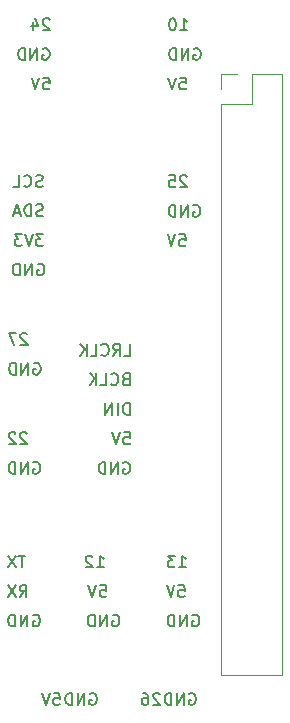
<source format=gbr>
G04 #@! TF.GenerationSoftware,KiCad,Pcbnew,8.0.4*
G04 #@! TF.CreationDate,2025-05-04T21:26:18-04:00*
G04 #@! TF.ProjectId,openduck,6f70656e-6475-4636-9b2e-6b696361645f,rev?*
G04 #@! TF.SameCoordinates,Original*
G04 #@! TF.FileFunction,Legend,Bot*
G04 #@! TF.FilePolarity,Positive*
%FSLAX46Y46*%
G04 Gerber Fmt 4.6, Leading zero omitted, Abs format (unit mm)*
G04 Created by KiCad (PCBNEW 8.0.4) date 2025-05-04 21:26:18*
%MOMM*%
%LPD*%
G01*
G04 APERTURE LIST*
%ADD10C,0.150000*%
%ADD11C,0.120000*%
G04 APERTURE END LIST*
D10*
X200317506Y-81517438D02*
X200412744Y-81469819D01*
X200412744Y-81469819D02*
X200555601Y-81469819D01*
X200555601Y-81469819D02*
X200698458Y-81517438D01*
X200698458Y-81517438D02*
X200793696Y-81612676D01*
X200793696Y-81612676D02*
X200841315Y-81707914D01*
X200841315Y-81707914D02*
X200888934Y-81898390D01*
X200888934Y-81898390D02*
X200888934Y-82041247D01*
X200888934Y-82041247D02*
X200841315Y-82231723D01*
X200841315Y-82231723D02*
X200793696Y-82326961D01*
X200793696Y-82326961D02*
X200698458Y-82422200D01*
X200698458Y-82422200D02*
X200555601Y-82469819D01*
X200555601Y-82469819D02*
X200460363Y-82469819D01*
X200460363Y-82469819D02*
X200317506Y-82422200D01*
X200317506Y-82422200D02*
X200269887Y-82374580D01*
X200269887Y-82374580D02*
X200269887Y-82041247D01*
X200269887Y-82041247D02*
X200460363Y-82041247D01*
X199841315Y-82469819D02*
X199841315Y-81469819D01*
X199841315Y-81469819D02*
X199269887Y-82469819D01*
X199269887Y-82469819D02*
X199269887Y-81469819D01*
X198793696Y-82469819D02*
X198793696Y-81469819D01*
X198793696Y-81469819D02*
X198555601Y-81469819D01*
X198555601Y-81469819D02*
X198412744Y-81517438D01*
X198412744Y-81517438D02*
X198317506Y-81612676D01*
X198317506Y-81612676D02*
X198269887Y-81707914D01*
X198269887Y-81707914D02*
X198222268Y-81898390D01*
X198222268Y-81898390D02*
X198222268Y-82041247D01*
X198222268Y-82041247D02*
X198269887Y-82231723D01*
X198269887Y-82231723D02*
X198317506Y-82326961D01*
X198317506Y-82326961D02*
X198412744Y-82422200D01*
X198412744Y-82422200D02*
X198555601Y-82469819D01*
X198555601Y-82469819D02*
X198793696Y-82469819D01*
X205138221Y-88157438D02*
X205233459Y-88109819D01*
X205233459Y-88109819D02*
X205376316Y-88109819D01*
X205376316Y-88109819D02*
X205519173Y-88157438D01*
X205519173Y-88157438D02*
X205614411Y-88252676D01*
X205614411Y-88252676D02*
X205662030Y-88347914D01*
X205662030Y-88347914D02*
X205709649Y-88538390D01*
X205709649Y-88538390D02*
X205709649Y-88681247D01*
X205709649Y-88681247D02*
X205662030Y-88871723D01*
X205662030Y-88871723D02*
X205614411Y-88966961D01*
X205614411Y-88966961D02*
X205519173Y-89062200D01*
X205519173Y-89062200D02*
X205376316Y-89109819D01*
X205376316Y-89109819D02*
X205281078Y-89109819D01*
X205281078Y-89109819D02*
X205138221Y-89062200D01*
X205138221Y-89062200D02*
X205090602Y-89014580D01*
X205090602Y-89014580D02*
X205090602Y-88681247D01*
X205090602Y-88681247D02*
X205281078Y-88681247D01*
X204662030Y-89109819D02*
X204662030Y-88109819D01*
X204662030Y-88109819D02*
X204090602Y-89109819D01*
X204090602Y-89109819D02*
X204090602Y-88109819D01*
X203614411Y-89109819D02*
X203614411Y-88109819D01*
X203614411Y-88109819D02*
X203376316Y-88109819D01*
X203376316Y-88109819D02*
X203233459Y-88157438D01*
X203233459Y-88157438D02*
X203138221Y-88252676D01*
X203138221Y-88252676D02*
X203090602Y-88347914D01*
X203090602Y-88347914D02*
X203042983Y-88538390D01*
X203042983Y-88538390D02*
X203042983Y-88681247D01*
X203042983Y-88681247D02*
X203090602Y-88871723D01*
X203090602Y-88871723D02*
X203138221Y-88966961D01*
X203138221Y-88966961D02*
X203233459Y-89062200D01*
X203233459Y-89062200D02*
X203376316Y-89109819D01*
X203376316Y-89109819D02*
X203614411Y-89109819D01*
X208007030Y-66041569D02*
X208483220Y-66041569D01*
X208483220Y-66041569D02*
X208530839Y-66517759D01*
X208530839Y-66517759D02*
X208483220Y-66470140D01*
X208483220Y-66470140D02*
X208387982Y-66422521D01*
X208387982Y-66422521D02*
X208149887Y-66422521D01*
X208149887Y-66422521D02*
X208054649Y-66470140D01*
X208054649Y-66470140D02*
X208007030Y-66517759D01*
X208007030Y-66517759D02*
X207959411Y-66612997D01*
X207959411Y-66612997D02*
X207959411Y-66851092D01*
X207959411Y-66851092D02*
X208007030Y-66946330D01*
X208007030Y-66946330D02*
X208054649Y-66993950D01*
X208054649Y-66993950D02*
X208149887Y-67041569D01*
X208149887Y-67041569D02*
X208387982Y-67041569D01*
X208387982Y-67041569D02*
X208483220Y-66993950D01*
X208483220Y-66993950D02*
X208530839Y-66946330D01*
X207673696Y-66041569D02*
X207340363Y-67041569D01*
X207340363Y-67041569D02*
X207007030Y-66041569D01*
X199650839Y-76469819D02*
X199079411Y-76469819D01*
X199365125Y-77469819D02*
X199365125Y-76469819D01*
X198841315Y-76469819D02*
X198174649Y-77469819D01*
X198174649Y-76469819D02*
X198841315Y-77469819D01*
X212747030Y-35991569D02*
X213223220Y-35991569D01*
X213223220Y-35991569D02*
X213270839Y-36467759D01*
X213270839Y-36467759D02*
X213223220Y-36420140D01*
X213223220Y-36420140D02*
X213127982Y-36372521D01*
X213127982Y-36372521D02*
X212889887Y-36372521D01*
X212889887Y-36372521D02*
X212794649Y-36420140D01*
X212794649Y-36420140D02*
X212747030Y-36467759D01*
X212747030Y-36467759D02*
X212699411Y-36562997D01*
X212699411Y-36562997D02*
X212699411Y-36801092D01*
X212699411Y-36801092D02*
X212747030Y-36896330D01*
X212747030Y-36896330D02*
X212794649Y-36943950D01*
X212794649Y-36943950D02*
X212889887Y-36991569D01*
X212889887Y-36991569D02*
X213127982Y-36991569D01*
X213127982Y-36991569D02*
X213223220Y-36943950D01*
X213223220Y-36943950D02*
X213270839Y-36896330D01*
X212413696Y-35991569D02*
X212080363Y-36991569D01*
X212080363Y-36991569D02*
X211747030Y-35991569D01*
X201139411Y-33539188D02*
X201234649Y-33491569D01*
X201234649Y-33491569D02*
X201377506Y-33491569D01*
X201377506Y-33491569D02*
X201520363Y-33539188D01*
X201520363Y-33539188D02*
X201615601Y-33634426D01*
X201615601Y-33634426D02*
X201663220Y-33729664D01*
X201663220Y-33729664D02*
X201710839Y-33920140D01*
X201710839Y-33920140D02*
X201710839Y-34062997D01*
X201710839Y-34062997D02*
X201663220Y-34253473D01*
X201663220Y-34253473D02*
X201615601Y-34348711D01*
X201615601Y-34348711D02*
X201520363Y-34443950D01*
X201520363Y-34443950D02*
X201377506Y-34491569D01*
X201377506Y-34491569D02*
X201282268Y-34491569D01*
X201282268Y-34491569D02*
X201139411Y-34443950D01*
X201139411Y-34443950D02*
X201091792Y-34396330D01*
X201091792Y-34396330D02*
X201091792Y-34062997D01*
X201091792Y-34062997D02*
X201282268Y-34062997D01*
X200663220Y-34491569D02*
X200663220Y-33491569D01*
X200663220Y-33491569D02*
X200091792Y-34491569D01*
X200091792Y-34491569D02*
X200091792Y-33491569D01*
X199615601Y-34491569D02*
X199615601Y-33491569D01*
X199615601Y-33491569D02*
X199377506Y-33491569D01*
X199377506Y-33491569D02*
X199234649Y-33539188D01*
X199234649Y-33539188D02*
X199139411Y-33634426D01*
X199139411Y-33634426D02*
X199091792Y-33729664D01*
X199091792Y-33729664D02*
X199044173Y-33920140D01*
X199044173Y-33920140D02*
X199044173Y-34062997D01*
X199044173Y-34062997D02*
X199091792Y-34253473D01*
X199091792Y-34253473D02*
X199139411Y-34348711D01*
X199139411Y-34348711D02*
X199234649Y-34443950D01*
X199234649Y-34443950D02*
X199377506Y-34491569D01*
X199377506Y-34491569D02*
X199615601Y-34491569D01*
X201710839Y-31086807D02*
X201663220Y-31039188D01*
X201663220Y-31039188D02*
X201567982Y-30991569D01*
X201567982Y-30991569D02*
X201329887Y-30991569D01*
X201329887Y-30991569D02*
X201234649Y-31039188D01*
X201234649Y-31039188D02*
X201187030Y-31086807D01*
X201187030Y-31086807D02*
X201139411Y-31182045D01*
X201139411Y-31182045D02*
X201139411Y-31277283D01*
X201139411Y-31277283D02*
X201187030Y-31420140D01*
X201187030Y-31420140D02*
X201758458Y-31991569D01*
X201758458Y-31991569D02*
X201139411Y-31991569D01*
X200282268Y-31324902D02*
X200282268Y-31991569D01*
X200520363Y-30943950D02*
X200758458Y-31658235D01*
X200758458Y-31658235D02*
X200139411Y-31658235D01*
X213316077Y-44375057D02*
X213268458Y-44327438D01*
X213268458Y-44327438D02*
X213173220Y-44279819D01*
X213173220Y-44279819D02*
X212935125Y-44279819D01*
X212935125Y-44279819D02*
X212839887Y-44327438D01*
X212839887Y-44327438D02*
X212792268Y-44375057D01*
X212792268Y-44375057D02*
X212744649Y-44470295D01*
X212744649Y-44470295D02*
X212744649Y-44565533D01*
X212744649Y-44565533D02*
X212792268Y-44708390D01*
X212792268Y-44708390D02*
X213363696Y-45279819D01*
X213363696Y-45279819D02*
X212744649Y-45279819D01*
X211839887Y-44279819D02*
X212316077Y-44279819D01*
X212316077Y-44279819D02*
X212363696Y-44756009D01*
X212363696Y-44756009D02*
X212316077Y-44708390D01*
X212316077Y-44708390D02*
X212220839Y-44660771D01*
X212220839Y-44660771D02*
X211982744Y-44660771D01*
X211982744Y-44660771D02*
X211887506Y-44708390D01*
X211887506Y-44708390D02*
X211839887Y-44756009D01*
X211839887Y-44756009D02*
X211792268Y-44851247D01*
X211792268Y-44851247D02*
X211792268Y-45089342D01*
X211792268Y-45089342D02*
X211839887Y-45184580D01*
X211839887Y-45184580D02*
X211887506Y-45232200D01*
X211887506Y-45232200D02*
X211982744Y-45279819D01*
X211982744Y-45279819D02*
X212220839Y-45279819D01*
X212220839Y-45279819D02*
X212316077Y-45232200D01*
X212316077Y-45232200D02*
X212363696Y-45184580D01*
X211038220Y-88205057D02*
X210990601Y-88157438D01*
X210990601Y-88157438D02*
X210895363Y-88109819D01*
X210895363Y-88109819D02*
X210657268Y-88109819D01*
X210657268Y-88109819D02*
X210562030Y-88157438D01*
X210562030Y-88157438D02*
X210514411Y-88205057D01*
X210514411Y-88205057D02*
X210466792Y-88300295D01*
X210466792Y-88300295D02*
X210466792Y-88395533D01*
X210466792Y-88395533D02*
X210514411Y-88538390D01*
X210514411Y-88538390D02*
X211085839Y-89109819D01*
X211085839Y-89109819D02*
X210466792Y-89109819D01*
X209609649Y-88109819D02*
X209800125Y-88109819D01*
X209800125Y-88109819D02*
X209895363Y-88157438D01*
X209895363Y-88157438D02*
X209942982Y-88205057D01*
X209942982Y-88205057D02*
X210038220Y-88347914D01*
X210038220Y-88347914D02*
X210085839Y-88538390D01*
X210085839Y-88538390D02*
X210085839Y-88919342D01*
X210085839Y-88919342D02*
X210038220Y-89014580D01*
X210038220Y-89014580D02*
X209990601Y-89062200D01*
X209990601Y-89062200D02*
X209895363Y-89109819D01*
X209895363Y-89109819D02*
X209704887Y-89109819D01*
X209704887Y-89109819D02*
X209609649Y-89062200D01*
X209609649Y-89062200D02*
X209562030Y-89014580D01*
X209562030Y-89014580D02*
X209514411Y-88919342D01*
X209514411Y-88919342D02*
X209514411Y-88681247D01*
X209514411Y-88681247D02*
X209562030Y-88586009D01*
X209562030Y-88586009D02*
X209609649Y-88538390D01*
X209609649Y-88538390D02*
X209704887Y-88490771D01*
X209704887Y-88490771D02*
X209895363Y-88490771D01*
X209895363Y-88490771D02*
X209990601Y-88538390D01*
X209990601Y-88538390D02*
X210038220Y-88586009D01*
X210038220Y-88586009D02*
X210085839Y-88681247D01*
X213538221Y-88157438D02*
X213633459Y-88109819D01*
X213633459Y-88109819D02*
X213776316Y-88109819D01*
X213776316Y-88109819D02*
X213919173Y-88157438D01*
X213919173Y-88157438D02*
X214014411Y-88252676D01*
X214014411Y-88252676D02*
X214062030Y-88347914D01*
X214062030Y-88347914D02*
X214109649Y-88538390D01*
X214109649Y-88538390D02*
X214109649Y-88681247D01*
X214109649Y-88681247D02*
X214062030Y-88871723D01*
X214062030Y-88871723D02*
X214014411Y-88966961D01*
X214014411Y-88966961D02*
X213919173Y-89062200D01*
X213919173Y-89062200D02*
X213776316Y-89109819D01*
X213776316Y-89109819D02*
X213681078Y-89109819D01*
X213681078Y-89109819D02*
X213538221Y-89062200D01*
X213538221Y-89062200D02*
X213490602Y-89014580D01*
X213490602Y-89014580D02*
X213490602Y-88681247D01*
X213490602Y-88681247D02*
X213681078Y-88681247D01*
X213062030Y-89109819D02*
X213062030Y-88109819D01*
X213062030Y-88109819D02*
X212490602Y-89109819D01*
X212490602Y-89109819D02*
X212490602Y-88109819D01*
X212014411Y-89109819D02*
X212014411Y-88109819D01*
X212014411Y-88109819D02*
X211776316Y-88109819D01*
X211776316Y-88109819D02*
X211633459Y-88157438D01*
X211633459Y-88157438D02*
X211538221Y-88252676D01*
X211538221Y-88252676D02*
X211490602Y-88347914D01*
X211490602Y-88347914D02*
X211442983Y-88538390D01*
X211442983Y-88538390D02*
X211442983Y-88681247D01*
X211442983Y-88681247D02*
X211490602Y-88871723D01*
X211490602Y-88871723D02*
X211538221Y-88966961D01*
X211538221Y-88966961D02*
X211633459Y-89062200D01*
X211633459Y-89062200D02*
X211776316Y-89109819D01*
X211776316Y-89109819D02*
X212014411Y-89109819D01*
X207054649Y-81517438D02*
X207149887Y-81469819D01*
X207149887Y-81469819D02*
X207292744Y-81469819D01*
X207292744Y-81469819D02*
X207435601Y-81517438D01*
X207435601Y-81517438D02*
X207530839Y-81612676D01*
X207530839Y-81612676D02*
X207578458Y-81707914D01*
X207578458Y-81707914D02*
X207626077Y-81898390D01*
X207626077Y-81898390D02*
X207626077Y-82041247D01*
X207626077Y-82041247D02*
X207578458Y-82231723D01*
X207578458Y-82231723D02*
X207530839Y-82326961D01*
X207530839Y-82326961D02*
X207435601Y-82422200D01*
X207435601Y-82422200D02*
X207292744Y-82469819D01*
X207292744Y-82469819D02*
X207197506Y-82469819D01*
X207197506Y-82469819D02*
X207054649Y-82422200D01*
X207054649Y-82422200D02*
X207007030Y-82374580D01*
X207007030Y-82374580D02*
X207007030Y-82041247D01*
X207007030Y-82041247D02*
X207197506Y-82041247D01*
X206578458Y-82469819D02*
X206578458Y-81469819D01*
X206578458Y-81469819D02*
X206007030Y-82469819D01*
X206007030Y-82469819D02*
X206007030Y-81469819D01*
X205530839Y-82469819D02*
X205530839Y-81469819D01*
X205530839Y-81469819D02*
X205292744Y-81469819D01*
X205292744Y-81469819D02*
X205149887Y-81517438D01*
X205149887Y-81517438D02*
X205054649Y-81612676D01*
X205054649Y-81612676D02*
X205007030Y-81707914D01*
X205007030Y-81707914D02*
X204959411Y-81898390D01*
X204959411Y-81898390D02*
X204959411Y-82041247D01*
X204959411Y-82041247D02*
X205007030Y-82231723D01*
X205007030Y-82231723D02*
X205054649Y-82326961D01*
X205054649Y-82326961D02*
X205149887Y-82422200D01*
X205149887Y-82422200D02*
X205292744Y-82469819D01*
X205292744Y-82469819D02*
X205530839Y-82469819D01*
X201175601Y-49241569D02*
X200556554Y-49241569D01*
X200556554Y-49241569D02*
X200889887Y-49622521D01*
X200889887Y-49622521D02*
X200747030Y-49622521D01*
X200747030Y-49622521D02*
X200651792Y-49670140D01*
X200651792Y-49670140D02*
X200604173Y-49717759D01*
X200604173Y-49717759D02*
X200556554Y-49812997D01*
X200556554Y-49812997D02*
X200556554Y-50051092D01*
X200556554Y-50051092D02*
X200604173Y-50146330D01*
X200604173Y-50146330D02*
X200651792Y-50193950D01*
X200651792Y-50193950D02*
X200747030Y-50241569D01*
X200747030Y-50241569D02*
X201032744Y-50241569D01*
X201032744Y-50241569D02*
X201127982Y-50193950D01*
X201127982Y-50193950D02*
X201175601Y-50146330D01*
X200270839Y-49241569D02*
X199937506Y-50241569D01*
X199937506Y-50241569D02*
X199604173Y-49241569D01*
X199366077Y-49241569D02*
X198747030Y-49241569D01*
X198747030Y-49241569D02*
X199080363Y-49622521D01*
X199080363Y-49622521D02*
X198937506Y-49622521D01*
X198937506Y-49622521D02*
X198842268Y-49670140D01*
X198842268Y-49670140D02*
X198794649Y-49717759D01*
X198794649Y-49717759D02*
X198747030Y-49812997D01*
X198747030Y-49812997D02*
X198747030Y-50051092D01*
X198747030Y-50051092D02*
X198794649Y-50146330D01*
X198794649Y-50146330D02*
X198842268Y-50193950D01*
X198842268Y-50193950D02*
X198937506Y-50241569D01*
X198937506Y-50241569D02*
X199223220Y-50241569D01*
X199223220Y-50241569D02*
X199318458Y-50193950D01*
X199318458Y-50193950D02*
X199366077Y-50146330D01*
X207959411Y-68589188D02*
X208054649Y-68541569D01*
X208054649Y-68541569D02*
X208197506Y-68541569D01*
X208197506Y-68541569D02*
X208340363Y-68589188D01*
X208340363Y-68589188D02*
X208435601Y-68684426D01*
X208435601Y-68684426D02*
X208483220Y-68779664D01*
X208483220Y-68779664D02*
X208530839Y-68970140D01*
X208530839Y-68970140D02*
X208530839Y-69112997D01*
X208530839Y-69112997D02*
X208483220Y-69303473D01*
X208483220Y-69303473D02*
X208435601Y-69398711D01*
X208435601Y-69398711D02*
X208340363Y-69493950D01*
X208340363Y-69493950D02*
X208197506Y-69541569D01*
X208197506Y-69541569D02*
X208102268Y-69541569D01*
X208102268Y-69541569D02*
X207959411Y-69493950D01*
X207959411Y-69493950D02*
X207911792Y-69446330D01*
X207911792Y-69446330D02*
X207911792Y-69112997D01*
X207911792Y-69112997D02*
X208102268Y-69112997D01*
X207483220Y-69541569D02*
X207483220Y-68541569D01*
X207483220Y-68541569D02*
X206911792Y-69541569D01*
X206911792Y-69541569D02*
X206911792Y-68541569D01*
X206435601Y-69541569D02*
X206435601Y-68541569D01*
X206435601Y-68541569D02*
X206197506Y-68541569D01*
X206197506Y-68541569D02*
X206054649Y-68589188D01*
X206054649Y-68589188D02*
X205959411Y-68684426D01*
X205959411Y-68684426D02*
X205911792Y-68779664D01*
X205911792Y-68779664D02*
X205864173Y-68970140D01*
X205864173Y-68970140D02*
X205864173Y-69112997D01*
X205864173Y-69112997D02*
X205911792Y-69303473D01*
X205911792Y-69303473D02*
X205959411Y-69398711D01*
X205959411Y-69398711D02*
X206054649Y-69493950D01*
X206054649Y-69493950D02*
X206197506Y-69541569D01*
X206197506Y-69541569D02*
X206435601Y-69541569D01*
X213937506Y-33539188D02*
X214032744Y-33491569D01*
X214032744Y-33491569D02*
X214175601Y-33491569D01*
X214175601Y-33491569D02*
X214318458Y-33539188D01*
X214318458Y-33539188D02*
X214413696Y-33634426D01*
X214413696Y-33634426D02*
X214461315Y-33729664D01*
X214461315Y-33729664D02*
X214508934Y-33920140D01*
X214508934Y-33920140D02*
X214508934Y-34062997D01*
X214508934Y-34062997D02*
X214461315Y-34253473D01*
X214461315Y-34253473D02*
X214413696Y-34348711D01*
X214413696Y-34348711D02*
X214318458Y-34443950D01*
X214318458Y-34443950D02*
X214175601Y-34491569D01*
X214175601Y-34491569D02*
X214080363Y-34491569D01*
X214080363Y-34491569D02*
X213937506Y-34443950D01*
X213937506Y-34443950D02*
X213889887Y-34396330D01*
X213889887Y-34396330D02*
X213889887Y-34062997D01*
X213889887Y-34062997D02*
X214080363Y-34062997D01*
X213461315Y-34491569D02*
X213461315Y-33491569D01*
X213461315Y-33491569D02*
X212889887Y-34491569D01*
X212889887Y-34491569D02*
X212889887Y-33491569D01*
X212413696Y-34491569D02*
X212413696Y-33491569D01*
X212413696Y-33491569D02*
X212175601Y-33491569D01*
X212175601Y-33491569D02*
X212032744Y-33539188D01*
X212032744Y-33539188D02*
X211937506Y-33634426D01*
X211937506Y-33634426D02*
X211889887Y-33729664D01*
X211889887Y-33729664D02*
X211842268Y-33920140D01*
X211842268Y-33920140D02*
X211842268Y-34062997D01*
X211842268Y-34062997D02*
X211889887Y-34253473D01*
X211889887Y-34253473D02*
X211937506Y-34348711D01*
X211937506Y-34348711D02*
X212032744Y-34443950D01*
X212032744Y-34443950D02*
X212175601Y-34491569D01*
X212175601Y-34491569D02*
X212413696Y-34491569D01*
X199174649Y-79969819D02*
X199507982Y-79493628D01*
X199746077Y-79969819D02*
X199746077Y-78969819D01*
X199746077Y-78969819D02*
X199365125Y-78969819D01*
X199365125Y-78969819D02*
X199269887Y-79017438D01*
X199269887Y-79017438D02*
X199222268Y-79065057D01*
X199222268Y-79065057D02*
X199174649Y-79160295D01*
X199174649Y-79160295D02*
X199174649Y-79303152D01*
X199174649Y-79303152D02*
X199222268Y-79398390D01*
X199222268Y-79398390D02*
X199269887Y-79446009D01*
X199269887Y-79446009D02*
X199365125Y-79493628D01*
X199365125Y-79493628D02*
X199746077Y-79493628D01*
X198841315Y-78969819D02*
X198174649Y-79969819D01*
X198174649Y-78969819D02*
X198841315Y-79969819D01*
X212666554Y-77469819D02*
X213237982Y-77469819D01*
X212952268Y-77469819D02*
X212952268Y-76469819D01*
X212952268Y-76469819D02*
X213047506Y-76612676D01*
X213047506Y-76612676D02*
X213142744Y-76707914D01*
X213142744Y-76707914D02*
X213237982Y-76755533D01*
X212333220Y-76469819D02*
X211714173Y-76469819D01*
X211714173Y-76469819D02*
X212047506Y-76850771D01*
X212047506Y-76850771D02*
X211904649Y-76850771D01*
X211904649Y-76850771D02*
X211809411Y-76898390D01*
X211809411Y-76898390D02*
X211761792Y-76946009D01*
X211761792Y-76946009D02*
X211714173Y-77041247D01*
X211714173Y-77041247D02*
X211714173Y-77279342D01*
X211714173Y-77279342D02*
X211761792Y-77374580D01*
X211761792Y-77374580D02*
X211809411Y-77422200D01*
X211809411Y-77422200D02*
X211904649Y-77469819D01*
X211904649Y-77469819D02*
X212190363Y-77469819D01*
X212190363Y-77469819D02*
X212285601Y-77422200D01*
X212285601Y-77422200D02*
X212333220Y-77374580D01*
X205721316Y-77469819D02*
X206292744Y-77469819D01*
X206007030Y-77469819D02*
X206007030Y-76469819D01*
X206007030Y-76469819D02*
X206102268Y-76612676D01*
X206102268Y-76612676D02*
X206197506Y-76707914D01*
X206197506Y-76707914D02*
X206292744Y-76755533D01*
X205340363Y-76565057D02*
X205292744Y-76517438D01*
X205292744Y-76517438D02*
X205197506Y-76469819D01*
X205197506Y-76469819D02*
X204959411Y-76469819D01*
X204959411Y-76469819D02*
X204864173Y-76517438D01*
X204864173Y-76517438D02*
X204816554Y-76565057D01*
X204816554Y-76565057D02*
X204768935Y-76660295D01*
X204768935Y-76660295D02*
X204768935Y-76755533D01*
X204768935Y-76755533D02*
X204816554Y-76898390D01*
X204816554Y-76898390D02*
X205387982Y-77469819D01*
X205387982Y-77469819D02*
X204768935Y-77469819D01*
X213809411Y-81517438D02*
X213904649Y-81469819D01*
X213904649Y-81469819D02*
X214047506Y-81469819D01*
X214047506Y-81469819D02*
X214190363Y-81517438D01*
X214190363Y-81517438D02*
X214285601Y-81612676D01*
X214285601Y-81612676D02*
X214333220Y-81707914D01*
X214333220Y-81707914D02*
X214380839Y-81898390D01*
X214380839Y-81898390D02*
X214380839Y-82041247D01*
X214380839Y-82041247D02*
X214333220Y-82231723D01*
X214333220Y-82231723D02*
X214285601Y-82326961D01*
X214285601Y-82326961D02*
X214190363Y-82422200D01*
X214190363Y-82422200D02*
X214047506Y-82469819D01*
X214047506Y-82469819D02*
X213952268Y-82469819D01*
X213952268Y-82469819D02*
X213809411Y-82422200D01*
X213809411Y-82422200D02*
X213761792Y-82374580D01*
X213761792Y-82374580D02*
X213761792Y-82041247D01*
X213761792Y-82041247D02*
X213952268Y-82041247D01*
X213333220Y-82469819D02*
X213333220Y-81469819D01*
X213333220Y-81469819D02*
X212761792Y-82469819D01*
X212761792Y-82469819D02*
X212761792Y-81469819D01*
X212285601Y-82469819D02*
X212285601Y-81469819D01*
X212285601Y-81469819D02*
X212047506Y-81469819D01*
X212047506Y-81469819D02*
X211904649Y-81517438D01*
X211904649Y-81517438D02*
X211809411Y-81612676D01*
X211809411Y-81612676D02*
X211761792Y-81707914D01*
X211761792Y-81707914D02*
X211714173Y-81898390D01*
X211714173Y-81898390D02*
X211714173Y-82041247D01*
X211714173Y-82041247D02*
X211761792Y-82231723D01*
X211761792Y-82231723D02*
X211809411Y-82326961D01*
X211809411Y-82326961D02*
X211904649Y-82422200D01*
X211904649Y-82422200D02*
X212047506Y-82469819D01*
X212047506Y-82469819D02*
X212285601Y-82469819D01*
X202066792Y-88109819D02*
X202542982Y-88109819D01*
X202542982Y-88109819D02*
X202590601Y-88586009D01*
X202590601Y-88586009D02*
X202542982Y-88538390D01*
X202542982Y-88538390D02*
X202447744Y-88490771D01*
X202447744Y-88490771D02*
X202209649Y-88490771D01*
X202209649Y-88490771D02*
X202114411Y-88538390D01*
X202114411Y-88538390D02*
X202066792Y-88586009D01*
X202066792Y-88586009D02*
X202019173Y-88681247D01*
X202019173Y-88681247D02*
X202019173Y-88919342D01*
X202019173Y-88919342D02*
X202066792Y-89014580D01*
X202066792Y-89014580D02*
X202114411Y-89062200D01*
X202114411Y-89062200D02*
X202209649Y-89109819D01*
X202209649Y-89109819D02*
X202447744Y-89109819D01*
X202447744Y-89109819D02*
X202542982Y-89062200D01*
X202542982Y-89062200D02*
X202590601Y-89014580D01*
X201733458Y-88109819D02*
X201400125Y-89109819D01*
X201400125Y-89109819D02*
X201066792Y-88109819D01*
X200699411Y-51789188D02*
X200794649Y-51741569D01*
X200794649Y-51741569D02*
X200937506Y-51741569D01*
X200937506Y-51741569D02*
X201080363Y-51789188D01*
X201080363Y-51789188D02*
X201175601Y-51884426D01*
X201175601Y-51884426D02*
X201223220Y-51979664D01*
X201223220Y-51979664D02*
X201270839Y-52170140D01*
X201270839Y-52170140D02*
X201270839Y-52312997D01*
X201270839Y-52312997D02*
X201223220Y-52503473D01*
X201223220Y-52503473D02*
X201175601Y-52598711D01*
X201175601Y-52598711D02*
X201080363Y-52693950D01*
X201080363Y-52693950D02*
X200937506Y-52741569D01*
X200937506Y-52741569D02*
X200842268Y-52741569D01*
X200842268Y-52741569D02*
X200699411Y-52693950D01*
X200699411Y-52693950D02*
X200651792Y-52646330D01*
X200651792Y-52646330D02*
X200651792Y-52312997D01*
X200651792Y-52312997D02*
X200842268Y-52312997D01*
X200223220Y-52741569D02*
X200223220Y-51741569D01*
X200223220Y-51741569D02*
X199651792Y-52741569D01*
X199651792Y-52741569D02*
X199651792Y-51741569D01*
X199175601Y-52741569D02*
X199175601Y-51741569D01*
X199175601Y-51741569D02*
X198937506Y-51741569D01*
X198937506Y-51741569D02*
X198794649Y-51789188D01*
X198794649Y-51789188D02*
X198699411Y-51884426D01*
X198699411Y-51884426D02*
X198651792Y-51979664D01*
X198651792Y-51979664D02*
X198604173Y-52170140D01*
X198604173Y-52170140D02*
X198604173Y-52312997D01*
X198604173Y-52312997D02*
X198651792Y-52503473D01*
X198651792Y-52503473D02*
X198699411Y-52598711D01*
X198699411Y-52598711D02*
X198794649Y-52693950D01*
X198794649Y-52693950D02*
X198937506Y-52741569D01*
X198937506Y-52741569D02*
X199175601Y-52741569D01*
X208007030Y-59541569D02*
X208483220Y-59541569D01*
X208483220Y-59541569D02*
X208483220Y-58541569D01*
X207102268Y-59541569D02*
X207435601Y-59065378D01*
X207673696Y-59541569D02*
X207673696Y-58541569D01*
X207673696Y-58541569D02*
X207292744Y-58541569D01*
X207292744Y-58541569D02*
X207197506Y-58589188D01*
X207197506Y-58589188D02*
X207149887Y-58636807D01*
X207149887Y-58636807D02*
X207102268Y-58732045D01*
X207102268Y-58732045D02*
X207102268Y-58874902D01*
X207102268Y-58874902D02*
X207149887Y-58970140D01*
X207149887Y-58970140D02*
X207197506Y-59017759D01*
X207197506Y-59017759D02*
X207292744Y-59065378D01*
X207292744Y-59065378D02*
X207673696Y-59065378D01*
X206102268Y-59446330D02*
X206149887Y-59493950D01*
X206149887Y-59493950D02*
X206292744Y-59541569D01*
X206292744Y-59541569D02*
X206387982Y-59541569D01*
X206387982Y-59541569D02*
X206530839Y-59493950D01*
X206530839Y-59493950D02*
X206626077Y-59398711D01*
X206626077Y-59398711D02*
X206673696Y-59303473D01*
X206673696Y-59303473D02*
X206721315Y-59112997D01*
X206721315Y-59112997D02*
X206721315Y-58970140D01*
X206721315Y-58970140D02*
X206673696Y-58779664D01*
X206673696Y-58779664D02*
X206626077Y-58684426D01*
X206626077Y-58684426D02*
X206530839Y-58589188D01*
X206530839Y-58589188D02*
X206387982Y-58541569D01*
X206387982Y-58541569D02*
X206292744Y-58541569D01*
X206292744Y-58541569D02*
X206149887Y-58589188D01*
X206149887Y-58589188D02*
X206102268Y-58636807D01*
X205197506Y-59541569D02*
X205673696Y-59541569D01*
X205673696Y-59541569D02*
X205673696Y-58541569D01*
X204864172Y-59541569D02*
X204864172Y-58541569D01*
X204292744Y-59541569D02*
X204721315Y-58970140D01*
X204292744Y-58541569D02*
X204864172Y-59112997D01*
X208149887Y-61517759D02*
X208007030Y-61565378D01*
X208007030Y-61565378D02*
X207959411Y-61612997D01*
X207959411Y-61612997D02*
X207911792Y-61708235D01*
X207911792Y-61708235D02*
X207911792Y-61851092D01*
X207911792Y-61851092D02*
X207959411Y-61946330D01*
X207959411Y-61946330D02*
X208007030Y-61993950D01*
X208007030Y-61993950D02*
X208102268Y-62041569D01*
X208102268Y-62041569D02*
X208483220Y-62041569D01*
X208483220Y-62041569D02*
X208483220Y-61041569D01*
X208483220Y-61041569D02*
X208149887Y-61041569D01*
X208149887Y-61041569D02*
X208054649Y-61089188D01*
X208054649Y-61089188D02*
X208007030Y-61136807D01*
X208007030Y-61136807D02*
X207959411Y-61232045D01*
X207959411Y-61232045D02*
X207959411Y-61327283D01*
X207959411Y-61327283D02*
X208007030Y-61422521D01*
X208007030Y-61422521D02*
X208054649Y-61470140D01*
X208054649Y-61470140D02*
X208149887Y-61517759D01*
X208149887Y-61517759D02*
X208483220Y-61517759D01*
X206911792Y-61946330D02*
X206959411Y-61993950D01*
X206959411Y-61993950D02*
X207102268Y-62041569D01*
X207102268Y-62041569D02*
X207197506Y-62041569D01*
X207197506Y-62041569D02*
X207340363Y-61993950D01*
X207340363Y-61993950D02*
X207435601Y-61898711D01*
X207435601Y-61898711D02*
X207483220Y-61803473D01*
X207483220Y-61803473D02*
X207530839Y-61612997D01*
X207530839Y-61612997D02*
X207530839Y-61470140D01*
X207530839Y-61470140D02*
X207483220Y-61279664D01*
X207483220Y-61279664D02*
X207435601Y-61184426D01*
X207435601Y-61184426D02*
X207340363Y-61089188D01*
X207340363Y-61089188D02*
X207197506Y-61041569D01*
X207197506Y-61041569D02*
X207102268Y-61041569D01*
X207102268Y-61041569D02*
X206959411Y-61089188D01*
X206959411Y-61089188D02*
X206911792Y-61136807D01*
X206007030Y-62041569D02*
X206483220Y-62041569D01*
X206483220Y-62041569D02*
X206483220Y-61041569D01*
X205673696Y-62041569D02*
X205673696Y-61041569D01*
X205102268Y-62041569D02*
X205530839Y-61470140D01*
X205102268Y-61041569D02*
X205673696Y-61612997D01*
X213887506Y-46827438D02*
X213982744Y-46779819D01*
X213982744Y-46779819D02*
X214125601Y-46779819D01*
X214125601Y-46779819D02*
X214268458Y-46827438D01*
X214268458Y-46827438D02*
X214363696Y-46922676D01*
X214363696Y-46922676D02*
X214411315Y-47017914D01*
X214411315Y-47017914D02*
X214458934Y-47208390D01*
X214458934Y-47208390D02*
X214458934Y-47351247D01*
X214458934Y-47351247D02*
X214411315Y-47541723D01*
X214411315Y-47541723D02*
X214363696Y-47636961D01*
X214363696Y-47636961D02*
X214268458Y-47732200D01*
X214268458Y-47732200D02*
X214125601Y-47779819D01*
X214125601Y-47779819D02*
X214030363Y-47779819D01*
X214030363Y-47779819D02*
X213887506Y-47732200D01*
X213887506Y-47732200D02*
X213839887Y-47684580D01*
X213839887Y-47684580D02*
X213839887Y-47351247D01*
X213839887Y-47351247D02*
X214030363Y-47351247D01*
X213411315Y-47779819D02*
X213411315Y-46779819D01*
X213411315Y-46779819D02*
X212839887Y-47779819D01*
X212839887Y-47779819D02*
X212839887Y-46779819D01*
X212363696Y-47779819D02*
X212363696Y-46779819D01*
X212363696Y-46779819D02*
X212125601Y-46779819D01*
X212125601Y-46779819D02*
X211982744Y-46827438D01*
X211982744Y-46827438D02*
X211887506Y-46922676D01*
X211887506Y-46922676D02*
X211839887Y-47017914D01*
X211839887Y-47017914D02*
X211792268Y-47208390D01*
X211792268Y-47208390D02*
X211792268Y-47351247D01*
X211792268Y-47351247D02*
X211839887Y-47541723D01*
X211839887Y-47541723D02*
X211887506Y-47636961D01*
X211887506Y-47636961D02*
X211982744Y-47732200D01*
X211982744Y-47732200D02*
X212125601Y-47779819D01*
X212125601Y-47779819D02*
X212363696Y-47779819D01*
X199770839Y-66135057D02*
X199723220Y-66087438D01*
X199723220Y-66087438D02*
X199627982Y-66039819D01*
X199627982Y-66039819D02*
X199389887Y-66039819D01*
X199389887Y-66039819D02*
X199294649Y-66087438D01*
X199294649Y-66087438D02*
X199247030Y-66135057D01*
X199247030Y-66135057D02*
X199199411Y-66230295D01*
X199199411Y-66230295D02*
X199199411Y-66325533D01*
X199199411Y-66325533D02*
X199247030Y-66468390D01*
X199247030Y-66468390D02*
X199818458Y-67039819D01*
X199818458Y-67039819D02*
X199199411Y-67039819D01*
X198818458Y-66135057D02*
X198770839Y-66087438D01*
X198770839Y-66087438D02*
X198675601Y-66039819D01*
X198675601Y-66039819D02*
X198437506Y-66039819D01*
X198437506Y-66039819D02*
X198342268Y-66087438D01*
X198342268Y-66087438D02*
X198294649Y-66135057D01*
X198294649Y-66135057D02*
X198247030Y-66230295D01*
X198247030Y-66230295D02*
X198247030Y-66325533D01*
X198247030Y-66325533D02*
X198294649Y-66468390D01*
X198294649Y-66468390D02*
X198866077Y-67039819D01*
X198866077Y-67039819D02*
X198247030Y-67039819D01*
X208483220Y-64541569D02*
X208483220Y-63541569D01*
X208483220Y-63541569D02*
X208245125Y-63541569D01*
X208245125Y-63541569D02*
X208102268Y-63589188D01*
X208102268Y-63589188D02*
X208007030Y-63684426D01*
X208007030Y-63684426D02*
X207959411Y-63779664D01*
X207959411Y-63779664D02*
X207911792Y-63970140D01*
X207911792Y-63970140D02*
X207911792Y-64112997D01*
X207911792Y-64112997D02*
X207959411Y-64303473D01*
X207959411Y-64303473D02*
X208007030Y-64398711D01*
X208007030Y-64398711D02*
X208102268Y-64493950D01*
X208102268Y-64493950D02*
X208245125Y-64541569D01*
X208245125Y-64541569D02*
X208483220Y-64541569D01*
X207483220Y-64541569D02*
X207483220Y-63541569D01*
X207007030Y-64541569D02*
X207007030Y-63541569D01*
X207007030Y-63541569D02*
X206435602Y-64541569D01*
X206435602Y-64541569D02*
X206435602Y-63541569D01*
X212697030Y-49279819D02*
X213173220Y-49279819D01*
X213173220Y-49279819D02*
X213220839Y-49756009D01*
X213220839Y-49756009D02*
X213173220Y-49708390D01*
X213173220Y-49708390D02*
X213077982Y-49660771D01*
X213077982Y-49660771D02*
X212839887Y-49660771D01*
X212839887Y-49660771D02*
X212744649Y-49708390D01*
X212744649Y-49708390D02*
X212697030Y-49756009D01*
X212697030Y-49756009D02*
X212649411Y-49851247D01*
X212649411Y-49851247D02*
X212649411Y-50089342D01*
X212649411Y-50089342D02*
X212697030Y-50184580D01*
X212697030Y-50184580D02*
X212744649Y-50232200D01*
X212744649Y-50232200D02*
X212839887Y-50279819D01*
X212839887Y-50279819D02*
X213077982Y-50279819D01*
X213077982Y-50279819D02*
X213173220Y-50232200D01*
X213173220Y-50232200D02*
X213220839Y-50184580D01*
X212363696Y-49279819D02*
X212030363Y-50279819D01*
X212030363Y-50279819D02*
X211697030Y-49279819D01*
X212618935Y-78969819D02*
X213095125Y-78969819D01*
X213095125Y-78969819D02*
X213142744Y-79446009D01*
X213142744Y-79446009D02*
X213095125Y-79398390D01*
X213095125Y-79398390D02*
X212999887Y-79350771D01*
X212999887Y-79350771D02*
X212761792Y-79350771D01*
X212761792Y-79350771D02*
X212666554Y-79398390D01*
X212666554Y-79398390D02*
X212618935Y-79446009D01*
X212618935Y-79446009D02*
X212571316Y-79541247D01*
X212571316Y-79541247D02*
X212571316Y-79779342D01*
X212571316Y-79779342D02*
X212618935Y-79874580D01*
X212618935Y-79874580D02*
X212666554Y-79922200D01*
X212666554Y-79922200D02*
X212761792Y-79969819D01*
X212761792Y-79969819D02*
X212999887Y-79969819D01*
X212999887Y-79969819D02*
X213095125Y-79922200D01*
X213095125Y-79922200D02*
X213142744Y-79874580D01*
X212285601Y-78969819D02*
X211952268Y-79969819D01*
X211952268Y-79969819D02*
X211618935Y-78969819D01*
X201187030Y-35991569D02*
X201663220Y-35991569D01*
X201663220Y-35991569D02*
X201710839Y-36467759D01*
X201710839Y-36467759D02*
X201663220Y-36420140D01*
X201663220Y-36420140D02*
X201567982Y-36372521D01*
X201567982Y-36372521D02*
X201329887Y-36372521D01*
X201329887Y-36372521D02*
X201234649Y-36420140D01*
X201234649Y-36420140D02*
X201187030Y-36467759D01*
X201187030Y-36467759D02*
X201139411Y-36562997D01*
X201139411Y-36562997D02*
X201139411Y-36801092D01*
X201139411Y-36801092D02*
X201187030Y-36896330D01*
X201187030Y-36896330D02*
X201234649Y-36943950D01*
X201234649Y-36943950D02*
X201329887Y-36991569D01*
X201329887Y-36991569D02*
X201567982Y-36991569D01*
X201567982Y-36991569D02*
X201663220Y-36943950D01*
X201663220Y-36943950D02*
X201710839Y-36896330D01*
X200853696Y-35991569D02*
X200520363Y-36991569D01*
X200520363Y-36991569D02*
X200187030Y-35991569D01*
X206007030Y-78969819D02*
X206483220Y-78969819D01*
X206483220Y-78969819D02*
X206530839Y-79446009D01*
X206530839Y-79446009D02*
X206483220Y-79398390D01*
X206483220Y-79398390D02*
X206387982Y-79350771D01*
X206387982Y-79350771D02*
X206149887Y-79350771D01*
X206149887Y-79350771D02*
X206054649Y-79398390D01*
X206054649Y-79398390D02*
X206007030Y-79446009D01*
X206007030Y-79446009D02*
X205959411Y-79541247D01*
X205959411Y-79541247D02*
X205959411Y-79779342D01*
X205959411Y-79779342D02*
X206007030Y-79874580D01*
X206007030Y-79874580D02*
X206054649Y-79922200D01*
X206054649Y-79922200D02*
X206149887Y-79969819D01*
X206149887Y-79969819D02*
X206387982Y-79969819D01*
X206387982Y-79969819D02*
X206483220Y-79922200D01*
X206483220Y-79922200D02*
X206530839Y-79874580D01*
X205673696Y-78969819D02*
X205340363Y-79969819D01*
X205340363Y-79969819D02*
X205007030Y-78969819D01*
X212794649Y-31991569D02*
X213366077Y-31991569D01*
X213080363Y-31991569D02*
X213080363Y-30991569D01*
X213080363Y-30991569D02*
X213175601Y-31134426D01*
X213175601Y-31134426D02*
X213270839Y-31229664D01*
X213270839Y-31229664D02*
X213366077Y-31277283D01*
X212175601Y-30991569D02*
X212080363Y-30991569D01*
X212080363Y-30991569D02*
X211985125Y-31039188D01*
X211985125Y-31039188D02*
X211937506Y-31086807D01*
X211937506Y-31086807D02*
X211889887Y-31182045D01*
X211889887Y-31182045D02*
X211842268Y-31372521D01*
X211842268Y-31372521D02*
X211842268Y-31610616D01*
X211842268Y-31610616D02*
X211889887Y-31801092D01*
X211889887Y-31801092D02*
X211937506Y-31896330D01*
X211937506Y-31896330D02*
X211985125Y-31943950D01*
X211985125Y-31943950D02*
X212080363Y-31991569D01*
X212080363Y-31991569D02*
X212175601Y-31991569D01*
X212175601Y-31991569D02*
X212270839Y-31943950D01*
X212270839Y-31943950D02*
X212318458Y-31896330D01*
X212318458Y-31896330D02*
X212366077Y-31801092D01*
X212366077Y-31801092D02*
X212413696Y-31610616D01*
X212413696Y-31610616D02*
X212413696Y-31372521D01*
X212413696Y-31372521D02*
X212366077Y-31182045D01*
X212366077Y-31182045D02*
X212318458Y-31086807D01*
X212318458Y-31086807D02*
X212270839Y-31039188D01*
X212270839Y-31039188D02*
X212175601Y-30991569D01*
X201151791Y-47693950D02*
X201008934Y-47741569D01*
X201008934Y-47741569D02*
X200770839Y-47741569D01*
X200770839Y-47741569D02*
X200675601Y-47693950D01*
X200675601Y-47693950D02*
X200627982Y-47646330D01*
X200627982Y-47646330D02*
X200580363Y-47551092D01*
X200580363Y-47551092D02*
X200580363Y-47455854D01*
X200580363Y-47455854D02*
X200627982Y-47360616D01*
X200627982Y-47360616D02*
X200675601Y-47312997D01*
X200675601Y-47312997D02*
X200770839Y-47265378D01*
X200770839Y-47265378D02*
X200961315Y-47217759D01*
X200961315Y-47217759D02*
X201056553Y-47170140D01*
X201056553Y-47170140D02*
X201104172Y-47122521D01*
X201104172Y-47122521D02*
X201151791Y-47027283D01*
X201151791Y-47027283D02*
X201151791Y-46932045D01*
X201151791Y-46932045D02*
X201104172Y-46836807D01*
X201104172Y-46836807D02*
X201056553Y-46789188D01*
X201056553Y-46789188D02*
X200961315Y-46741569D01*
X200961315Y-46741569D02*
X200723220Y-46741569D01*
X200723220Y-46741569D02*
X200580363Y-46789188D01*
X200151791Y-47741569D02*
X200151791Y-46741569D01*
X200151791Y-46741569D02*
X199913696Y-46741569D01*
X199913696Y-46741569D02*
X199770839Y-46789188D01*
X199770839Y-46789188D02*
X199675601Y-46884426D01*
X199675601Y-46884426D02*
X199627982Y-46979664D01*
X199627982Y-46979664D02*
X199580363Y-47170140D01*
X199580363Y-47170140D02*
X199580363Y-47312997D01*
X199580363Y-47312997D02*
X199627982Y-47503473D01*
X199627982Y-47503473D02*
X199675601Y-47598711D01*
X199675601Y-47598711D02*
X199770839Y-47693950D01*
X199770839Y-47693950D02*
X199913696Y-47741569D01*
X199913696Y-47741569D02*
X200151791Y-47741569D01*
X199199410Y-47455854D02*
X198723220Y-47455854D01*
X199294648Y-47741569D02*
X198961315Y-46741569D01*
X198961315Y-46741569D02*
X198627982Y-47741569D01*
X201127982Y-45193950D02*
X200985125Y-45241569D01*
X200985125Y-45241569D02*
X200747030Y-45241569D01*
X200747030Y-45241569D02*
X200651792Y-45193950D01*
X200651792Y-45193950D02*
X200604173Y-45146330D01*
X200604173Y-45146330D02*
X200556554Y-45051092D01*
X200556554Y-45051092D02*
X200556554Y-44955854D01*
X200556554Y-44955854D02*
X200604173Y-44860616D01*
X200604173Y-44860616D02*
X200651792Y-44812997D01*
X200651792Y-44812997D02*
X200747030Y-44765378D01*
X200747030Y-44765378D02*
X200937506Y-44717759D01*
X200937506Y-44717759D02*
X201032744Y-44670140D01*
X201032744Y-44670140D02*
X201080363Y-44622521D01*
X201080363Y-44622521D02*
X201127982Y-44527283D01*
X201127982Y-44527283D02*
X201127982Y-44432045D01*
X201127982Y-44432045D02*
X201080363Y-44336807D01*
X201080363Y-44336807D02*
X201032744Y-44289188D01*
X201032744Y-44289188D02*
X200937506Y-44241569D01*
X200937506Y-44241569D02*
X200699411Y-44241569D01*
X200699411Y-44241569D02*
X200556554Y-44289188D01*
X199556554Y-45146330D02*
X199604173Y-45193950D01*
X199604173Y-45193950D02*
X199747030Y-45241569D01*
X199747030Y-45241569D02*
X199842268Y-45241569D01*
X199842268Y-45241569D02*
X199985125Y-45193950D01*
X199985125Y-45193950D02*
X200080363Y-45098711D01*
X200080363Y-45098711D02*
X200127982Y-45003473D01*
X200127982Y-45003473D02*
X200175601Y-44812997D01*
X200175601Y-44812997D02*
X200175601Y-44670140D01*
X200175601Y-44670140D02*
X200127982Y-44479664D01*
X200127982Y-44479664D02*
X200080363Y-44384426D01*
X200080363Y-44384426D02*
X199985125Y-44289188D01*
X199985125Y-44289188D02*
X199842268Y-44241569D01*
X199842268Y-44241569D02*
X199747030Y-44241569D01*
X199747030Y-44241569D02*
X199604173Y-44289188D01*
X199604173Y-44289188D02*
X199556554Y-44336807D01*
X198651792Y-45241569D02*
X199127982Y-45241569D01*
X199127982Y-45241569D02*
X199127982Y-44241569D01*
X199807982Y-57736807D02*
X199760363Y-57689188D01*
X199760363Y-57689188D02*
X199665125Y-57641569D01*
X199665125Y-57641569D02*
X199427030Y-57641569D01*
X199427030Y-57641569D02*
X199331792Y-57689188D01*
X199331792Y-57689188D02*
X199284173Y-57736807D01*
X199284173Y-57736807D02*
X199236554Y-57832045D01*
X199236554Y-57832045D02*
X199236554Y-57927283D01*
X199236554Y-57927283D02*
X199284173Y-58070140D01*
X199284173Y-58070140D02*
X199855601Y-58641569D01*
X199855601Y-58641569D02*
X199236554Y-58641569D01*
X198903220Y-57641569D02*
X198236554Y-57641569D01*
X198236554Y-57641569D02*
X198665125Y-58641569D01*
X200379411Y-60189188D02*
X200474649Y-60141569D01*
X200474649Y-60141569D02*
X200617506Y-60141569D01*
X200617506Y-60141569D02*
X200760363Y-60189188D01*
X200760363Y-60189188D02*
X200855601Y-60284426D01*
X200855601Y-60284426D02*
X200903220Y-60379664D01*
X200903220Y-60379664D02*
X200950839Y-60570140D01*
X200950839Y-60570140D02*
X200950839Y-60712997D01*
X200950839Y-60712997D02*
X200903220Y-60903473D01*
X200903220Y-60903473D02*
X200855601Y-60998711D01*
X200855601Y-60998711D02*
X200760363Y-61093950D01*
X200760363Y-61093950D02*
X200617506Y-61141569D01*
X200617506Y-61141569D02*
X200522268Y-61141569D01*
X200522268Y-61141569D02*
X200379411Y-61093950D01*
X200379411Y-61093950D02*
X200331792Y-61046330D01*
X200331792Y-61046330D02*
X200331792Y-60712997D01*
X200331792Y-60712997D02*
X200522268Y-60712997D01*
X199903220Y-61141569D02*
X199903220Y-60141569D01*
X199903220Y-60141569D02*
X199331792Y-61141569D01*
X199331792Y-61141569D02*
X199331792Y-60141569D01*
X198855601Y-61141569D02*
X198855601Y-60141569D01*
X198855601Y-60141569D02*
X198617506Y-60141569D01*
X198617506Y-60141569D02*
X198474649Y-60189188D01*
X198474649Y-60189188D02*
X198379411Y-60284426D01*
X198379411Y-60284426D02*
X198331792Y-60379664D01*
X198331792Y-60379664D02*
X198284173Y-60570140D01*
X198284173Y-60570140D02*
X198284173Y-60712997D01*
X198284173Y-60712997D02*
X198331792Y-60903473D01*
X198331792Y-60903473D02*
X198379411Y-60998711D01*
X198379411Y-60998711D02*
X198474649Y-61093950D01*
X198474649Y-61093950D02*
X198617506Y-61141569D01*
X198617506Y-61141569D02*
X198855601Y-61141569D01*
X200342268Y-68587438D02*
X200437506Y-68539819D01*
X200437506Y-68539819D02*
X200580363Y-68539819D01*
X200580363Y-68539819D02*
X200723220Y-68587438D01*
X200723220Y-68587438D02*
X200818458Y-68682676D01*
X200818458Y-68682676D02*
X200866077Y-68777914D01*
X200866077Y-68777914D02*
X200913696Y-68968390D01*
X200913696Y-68968390D02*
X200913696Y-69111247D01*
X200913696Y-69111247D02*
X200866077Y-69301723D01*
X200866077Y-69301723D02*
X200818458Y-69396961D01*
X200818458Y-69396961D02*
X200723220Y-69492200D01*
X200723220Y-69492200D02*
X200580363Y-69539819D01*
X200580363Y-69539819D02*
X200485125Y-69539819D01*
X200485125Y-69539819D02*
X200342268Y-69492200D01*
X200342268Y-69492200D02*
X200294649Y-69444580D01*
X200294649Y-69444580D02*
X200294649Y-69111247D01*
X200294649Y-69111247D02*
X200485125Y-69111247D01*
X199866077Y-69539819D02*
X199866077Y-68539819D01*
X199866077Y-68539819D02*
X199294649Y-69539819D01*
X199294649Y-69539819D02*
X199294649Y-68539819D01*
X198818458Y-69539819D02*
X198818458Y-68539819D01*
X198818458Y-68539819D02*
X198580363Y-68539819D01*
X198580363Y-68539819D02*
X198437506Y-68587438D01*
X198437506Y-68587438D02*
X198342268Y-68682676D01*
X198342268Y-68682676D02*
X198294649Y-68777914D01*
X198294649Y-68777914D02*
X198247030Y-68968390D01*
X198247030Y-68968390D02*
X198247030Y-69111247D01*
X198247030Y-69111247D02*
X198294649Y-69301723D01*
X198294649Y-69301723D02*
X198342268Y-69396961D01*
X198342268Y-69396961D02*
X198437506Y-69492200D01*
X198437506Y-69492200D02*
X198580363Y-69539819D01*
X198580363Y-69539819D02*
X198818458Y-69539819D01*
D11*
X216210000Y-35660000D02*
X217540000Y-35660000D01*
X216210000Y-36990000D02*
X216210000Y-35660000D01*
X216210000Y-38260000D02*
X218810000Y-38260000D01*
X216210000Y-86580000D02*
X216210000Y-38260000D01*
X216210000Y-86580000D02*
X221410000Y-86580000D01*
X218810000Y-35660000D02*
X221410000Y-35660000D01*
X218810000Y-38260000D02*
X218810000Y-35660000D01*
X221410000Y-86580000D02*
X221410000Y-35660000D01*
M02*

</source>
